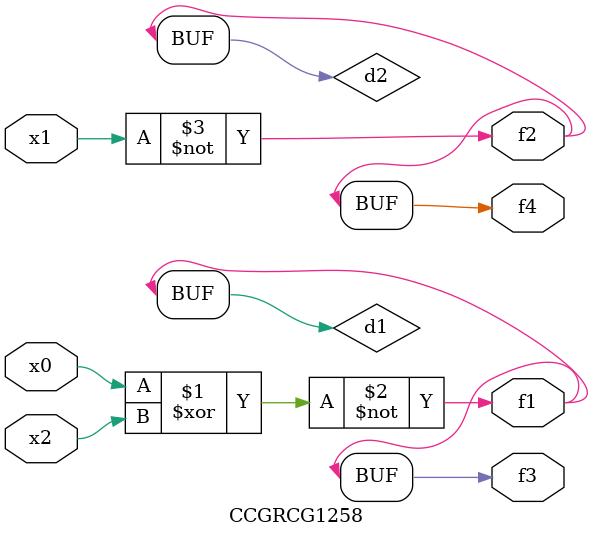
<source format=v>
module CCGRCG1258(
	input x0, x1, x2,
	output f1, f2, f3, f4
);

	wire d1, d2, d3;

	xnor (d1, x0, x2);
	nand (d2, x1);
	nor (d3, x1, x2);
	assign f1 = d1;
	assign f2 = d2;
	assign f3 = d1;
	assign f4 = d2;
endmodule

</source>
